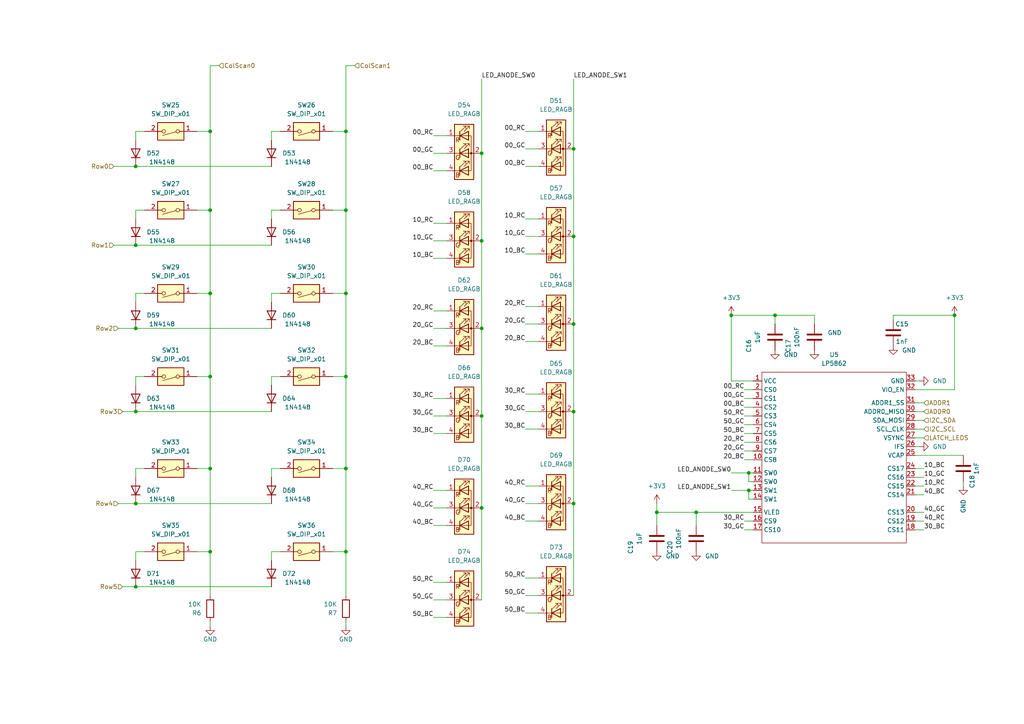
<source format=kicad_sch>
(kicad_sch (version 20211123) (generator eeschema)
  (paper "A4")
  (lib_symbols
    (symbol "Device:C" (pin_numbers hide) (pin_names (offset 0.254))
      (property "Reference" "C" (at 0.635 2.54 0))
      (property "Value" "C" (at 0.635 -2.54 0))
      (symbol "C_0_1"
        (polyline (pts (xy -2.032 -0.762) (xy 2.032 -0.762)) (stroke (width 0.508)))
        (polyline (pts (xy -2.032 0.762) (xy 2.032 0.762)) (stroke (width 0.508)))
      )
      (symbol "C_1_1"
        (pin passive line (at 0 3.81 270) (length 2.794) (name "~") (number "1"))
        (pin passive line (at 0 -3.81 90) (length 2.794) (name "~") (number "2"))
      )
    )
    (symbol "Device:LED_RAGB" (pin_names (offset 0) hide)
      (property "Reference" "D" (at 0 9.398 0))
      (property "Value" "LED_RAGB" (at 0 -8.89 0))
      (symbol "LED_RAGB_0_0"
        (text "B" (at -1.905 -6.35 0) (effects (font (size 1.27 1.27))))
        (text "G" (at -1.905 -1.27 0) (effects (font (size 1.27 1.27))))
        (text "R" (at -1.905 3.81 0) (effects (font (size 1.27 1.27))))
      )
      (symbol "LED_RAGB_0_1"
        (polyline (pts (xy -1.27 -5.08) (xy -2.54 -5.08)))
        (polyline (pts (xy -1.27 -5.08) (xy 1.27 -5.08)))
        (polyline (pts (xy -1.27 -3.81) (xy -1.27 -6.35)) (stroke (width 0.254)))
        (polyline (pts (xy -1.27 0) (xy -2.54 0)))
        (polyline (pts (xy -1.27 1.27) (xy -1.27 -1.27)) (stroke (width 0.254)))
        (polyline (pts (xy -1.27 5.08) (xy -2.54 5.08)))
        (polyline (pts (xy -1.27 5.08) (xy 1.27 5.08)))
        (polyline (pts (xy -1.27 6.35) (xy -1.27 3.81)) (stroke (width 0.254)))
        (polyline (pts (xy 1.27 0) (xy -1.27 0)))
        (polyline (pts (xy 1.27 0) (xy 2.54 0)))
        (polyline (pts (xy -1.27 1.27) (xy -1.27 -1.27) (xy -1.27 -1.27)))
        (polyline (pts (xy -1.27 6.35) (xy -1.27 3.81) (xy -1.27 3.81)))
        (polyline (pts (xy 1.27 -5.08) (xy 2.032 -5.08) (xy 2.032 5.08) (xy 1.27 5.08)))
        (polyline (pts (xy 1.27 -3.81) (xy 1.27 -6.35) (xy -1.27 -5.08) (xy 1.27 -3.81)) (stroke (width 0.254)))
        (polyline (pts (xy 1.27 1.27) (xy 1.27 -1.27) (xy -1.27 0) (xy 1.27 1.27)) (stroke (width 0.254)))
        (polyline (pts (xy 1.27 6.35) (xy 1.27 3.81) (xy -1.27 5.08) (xy 1.27 6.35)) (stroke (width 0.254)))
        (polyline (pts (xy -1.016 -3.81) (xy 0.508 -2.286) (xy -0.254 -2.286) (xy 0.508 -2.286) (xy 0.508 -3.048)))
        (polyline (pts (xy -1.016 1.27) (xy 0.508 2.794) (xy -0.254 2.794) (xy 0.508 2.794) (xy 0.508 2.032)))
        (polyline (pts (xy -1.016 6.35) (xy 0.508 7.874) (xy -0.254 7.874) (xy 0.508 7.874) (xy 0.508 7.112)))
        (polyline (pts (xy 0 -3.81) (xy 1.524 -2.286) (xy 0.762 -2.286) (xy 1.524 -2.286) (xy 1.524 -3.048)))
        (polyline (pts (xy 0 1.27) (xy 1.524 2.794) (xy 0.762 2.794) (xy 1.524 2.794) (xy 1.524 2.032)))
        (polyline (pts (xy 0 6.35) (xy 1.524 7.874) (xy 0.762 7.874) (xy 1.524 7.874) (xy 1.524 7.112)))
        (rectangle (start 1.27 -1.27) (end 1.27 1.27))
        (rectangle (start 1.27 1.27) (end 1.27 1.27))
        (rectangle (start 1.27 3.81) (end 1.27 6.35))
        (rectangle (start 1.27 6.35) (end 1.27 6.35))
        (circle (center 2.032 0) (radius 0.254) (fill (type outline)))
        (rectangle (start 2.794 8.382) (end -2.794 -7.62) (stroke (width 0.254)) (fill (type background)))
      )
      (symbol "LED_RAGB_1_1"
        (pin passive line (at -5.08 5.08 0) (length 2.54) (name "RK") (number "1"))
        (pin passive line (at 5.08 0 180) (length 2.54) (name "A") (number "2"))
        (pin passive line (at -5.08 0 0) (length 2.54) (name "GK") (number "3"))
        (pin passive line (at -5.08 -5.08 0) (length 2.54) (name "BK") (number "4"))
      )
    )
    (symbol "Device:R" (pin_numbers hide) (pin_names (offset 0))
      (property "Reference" "R" (at 2.032 0 90))
      (property "Value" "R" (at 0 0 90))
      (symbol "R_0_1"
        (rectangle (start -1.016 -2.54) (end 1.016 2.54) (stroke (width 0.254)))
      )
      (symbol "R_1_1"
        (pin passive line (at 0 3.81 270) (length 1.27) (name "~") (number "1"))
        (pin passive line (at 0 -3.81 90) (length 1.27) (name "~") (number "2"))
      )
    )
    (symbol "Diode:1N4148" (pin_numbers hide) (pin_names (offset 1.016) hide)
      (property "Reference" "D" (at 0 2.54 0))
      (property "Value" "1N4148" (at 0 -2.54 0))
      (symbol "1N4148_0_1"
        (polyline (pts (xy -1.27 1.27) (xy -1.27 -1.27)) (stroke (width 0.254)))
        (polyline (pts (xy 1.27 0) (xy -1.27 0)))
        (polyline (pts (xy 1.27 1.27) (xy 1.27 -1.27) (xy -1.27 0) (xy 1.27 1.27)) (stroke (width 0.254)))
      )
      (symbol "1N4148_1_1"
        (pin passive line (at -3.81 0 0) (length 2.54) (name "K") (number "1"))
        (pin passive line (at 3.81 0 180) (length 2.54) (name "A") (number "2"))
      )
    )
    (symbol "Switch:SW_DIP_x01" (pin_names (offset 0) hide)
      (property "Reference" "SW" (at 0 3.81 0))
      (property "Value" "SW_DIP_x01" (at 0 -3.81 0))
      (symbol "SW_DIP_x01_0_0"
        (circle (center -2.032 0) (radius 0.508))
        (polyline (pts (xy -1.524 0.127) (xy 2.3622 1.1684)))
        (circle (center 2.032 0) (radius 0.508))
      )
      (symbol "SW_DIP_x01_0_1"
        (rectangle (start -3.81 2.54) (end 3.81 -2.54) (stroke (width 0.254)) (fill (type background)))
      )
      (symbol "SW_DIP_x01_1_1"
        (pin passive line (at -7.62 0 0) (length 5.08) (name "~") (number "1"))
        (pin passive line (at 7.62 0 180) (length 5.08) (name "~") (number "2"))
      )
    )
    (symbol "User_Global_Symbols:LP5862"
      (property "Reference" "U" (at 19.05 -1.27 0))
      (property "Value" "LP5862" (at -15.24 -1.27 0))
      (symbol "LP5862_0_1"
        (rectangle (start -20.32 49.53) (end 21.59 0))
      )
      (symbol "LP5862_1_1"
        (pin power_in line (at -22.86 46.99 0) (length 2.54) (name "VCC") (number "1"))
        (pin input line (at -22.86 24.13 0) (length 2.54) (name "CS8") (number "10"))
        (pin output line (at -22.86 20.32 0) (length 2.54) (name "SW0") (number "11"))
        (pin output line (at -22.86 17.78 0) (length 2.54) (name "SW0") (number "12"))
        (pin output line (at -22.86 15.24 0) (length 2.54) (name "SW1") (number "13"))
        (pin output line (at -22.86 12.7 0) (length 2.54) (name "SW1") (number "14"))
        (pin power_in line (at -22.86 8.89 0) (length 2.54) (name "VLED") (number "15"))
        (pin input line (at -22.86 6.35 0) (length 2.54) (name "CS9") (number "16"))
        (pin input line (at -22.86 3.81 0) (length 2.54) (name "CS10") (number "17"))
        (pin input line (at 24.13 3.81 180) (length 2.54) (name "CS11") (number "18"))
        (pin input line (at 24.13 6.35 180) (length 2.54) (name "CS12") (number "19"))
        (pin input line (at -22.86 44.45 0) (length 2.54) (name "CS0") (number "2"))
        (pin input line (at 24.13 8.89 180) (length 2.54) (name "CS13") (number "20"))
        (pin input line (at 24.13 13.97 180) (length 2.54) (name "CS14") (number "21"))
        (pin input line (at 24.13 16.51 180) (length 2.54) (name "CS15") (number "22"))
        (pin input line (at 24.13 19.05 180) (length 2.54) (name "CS16") (number "23"))
        (pin input line (at 24.13 21.59 180) (length 2.54) (name "CS17") (number "24"))
        (pin input line (at 24.13 25.4 180) (length 2.54) (name "VCAP") (number "25"))
        (pin input line (at 24.13 27.94 180) (length 2.54) (name "IFS") (number "26"))
        (pin input line (at 24.13 30.48 180) (length 2.54) (name "VSYNC") (number "27"))
        (pin input line (at 24.13 33.02 180) (length 2.54) (name "SCL_CLK") (number "28"))
        (pin bidirectional line (at 24.13 35.56 180) (length 2.54) (name "SDA_MOSI") (number "29"))
        (pin input line (at -22.86 41.91 0) (length 2.54) (name "CS1") (number "3"))
        (pin bidirectional line (at 24.13 38.1 180) (length 2.54) (name "ADDR0_MISO") (number "30"))
        (pin input line (at 24.13 40.64 180) (length 2.54) (name "ADDR1_SS") (number "31"))
        (pin input line (at 24.13 44.45 180) (length 2.54) (name "VIO_EN") (number "32"))
        (pin power_in line (at 24.13 46.99 180) (length 2.54) (name "GND") (number "33"))
        (pin input line (at -22.86 39.37 0) (length 2.54) (name "CS2") (number "4"))
        (pin input line (at -22.86 36.83 0) (length 2.54) (name "CS3") (number "5"))
        (pin input line (at -22.86 34.29 0) (length 2.54) (name "CS4") (number "6"))
        (pin input line (at -22.86 31.75 0) (length 2.54) (name "CS5") (number "7"))
        (pin input line (at -22.86 29.21 0) (length 2.54) (name "CS6") (number "8"))
        (pin input line (at -22.86 26.67 0) (length 2.54) (name "CS7") (number "9"))
      )
    )
    (symbol "power:+3V3" (power) (pin_names (offset 0))
      (property "Value" "+3V3" (at 0 3.556 0))
      (symbol "+3V3_0_1"
        (polyline (pts (xy -0.762 1.27) (xy 0 2.54)))
        (polyline (pts (xy 0 0) (xy 0 2.54)))
        (polyline (pts (xy 0 2.54) (xy 0.762 1.27)))
      )
      (symbol "+3V3_1_1"
        (pin power_in line (at 0 0 90) (length 0) hide (name "+3V3") (number "1"))
      )
    )
    (symbol "power:GND" (power) (pin_names (offset 0))
      (property "Value" "GND" (at 0 -3.81 0))
      (symbol "GND_0_1"
        (polyline (pts (xy 0 0) (xy 0 -1.27) (xy 1.27 -1.27) (xy 0 -2.54) (xy -1.27 -1.27) (xy 0 -1.27)))
      )
      (symbol "GND_1_1"
        (pin power_in line (at 0 0 270) (length 0) hide (name "GND") (number "1"))
      )
    )
  )
  (junction (at 139.7 69.85))
  (junction (at 100.33 60.96))
  (junction (at 39.37 119.38))
  (junction (at 139.7 120.65))
  (junction (at 60.96 135.89))
  (junction (at 100.33 109.22))
  (junction (at 100.33 135.89))
  (junction (at 166.37 43.18))
  (junction (at 166.37 93.98))
  (junction (at 166.37 119.38))
  (junction (at 217.17 137.16))
  (junction (at 166.37 68.58))
  (junction (at 190.5 148.59))
  (junction (at 100.33 85.09))
  (junction (at 212.09 91.44))
  (junction (at 39.37 146.05))
  (junction (at 60.96 109.22))
  (junction (at 100.33 38.1))
  (junction (at 139.7 147.32))
  (junction (at 276.86 91.44))
  (junction (at 201.93 148.59))
  (junction (at 224.79 91.44))
  (junction (at 217.17 142.24))
  (junction (at 39.37 170.18))
  (junction (at 39.37 48.26))
  (junction (at 60.96 85.09))
  (junction (at 139.7 95.25))
  (junction (at 100.33 160.02))
  (junction (at 60.96 160.02))
  (junction (at 139.7 44.45))
  (junction (at 166.37 146.05))
  (junction (at 39.37 95.25))
  (junction (at 39.37 71.12))
  (junction (at 60.96 38.1))
  (junction (at 60.96 60.96))
  (wire (pts (xy 60.96 109.22) (xy 60.96 85.09)))
  (wire (pts (xy 100.33 109.22) (xy 96.52 109.22)))
  (wire (pts (xy 60.96 38.1) (xy 57.15 38.1)))
  (wire (pts (xy 152.4 68.58) (xy 156.21 68.58)))
  (wire (pts (xy 100.33 60.96) (xy 96.52 60.96)))
  (wire (pts (xy 60.96 160.02) (xy 60.96 172.72)))
  (wire (pts (xy 125.73 152.4) (xy 129.54 152.4)))
  (wire (pts (xy 60.96 180.34) (xy 60.96 181.61)))
  (wire (pts (xy 125.73 100.33) (xy 129.54 100.33)))
  (wire (pts (xy 267.97 151.13) (xy 265.43 151.13)))
  (wire (pts (xy 259.08 91.44) (xy 259.08 92.71)))
  (wire (pts (xy 39.37 38.1) (xy 41.91 38.1)))
  (wire (pts (xy 265.43 129.54) (xy 266.7 129.54)))
  (wire (pts (xy 166.37 146.05) (xy 166.37 172.72)))
  (wire (pts (xy 215.9 120.65) (xy 218.44 120.65)))
  (wire (pts (xy 78.74 40.64) (xy 78.74 38.1)))
  (wire (pts (xy 78.74 135.89) (xy 81.28 135.89)))
  (wire (pts (xy 212.09 110.49) (xy 218.44 110.49)))
  (wire (pts (xy 100.33 19.05) (xy 102.87 19.05)))
  (wire (pts (xy 39.37 40.64) (xy 39.37 38.1)))
  (wire (pts (xy 60.96 135.89) (xy 57.15 135.89)))
  (wire (pts (xy 78.74 38.1) (xy 81.28 38.1)))
  (wire (pts (xy 39.37 160.02) (xy 41.91 160.02)))
  (wire (pts (xy 60.96 109.22) (xy 60.96 135.89)))
  (wire (pts (xy 125.73 39.37) (xy 129.54 39.37)))
  (wire (pts (xy 215.9 153.67) (xy 218.44 153.67)))
  (wire (pts (xy 152.4 99.06) (xy 156.21 99.06)))
  (wire (pts (xy 35.56 119.38) (xy 39.37 119.38)))
  (wire (pts (xy 100.33 38.1) (xy 96.52 38.1)))
  (wire (pts (xy 152.4 167.64) (xy 156.21 167.64)))
  (wire (pts (xy 217.17 137.16) (xy 218.44 137.16)))
  (wire (pts (xy 217.17 139.7) (xy 217.17 137.16)))
  (wire (pts (xy 60.96 38.1) (xy 60.96 19.05)))
  (wire (pts (xy 279.4 139.7) (xy 279.4 140.97)))
  (wire (pts (xy 125.73 173.99) (xy 129.54 173.99)))
  (wire (pts (xy 152.4 93.98) (xy 156.21 93.98)))
  (wire (pts (xy 100.33 85.09) (xy 96.52 85.09)))
  (wire (pts (xy 152.4 63.5) (xy 156.21 63.5)))
  (wire (pts (xy 212.09 91.44) (xy 212.09 110.49)))
  (wire (pts (xy 215.9 123.19) (xy 218.44 123.19)))
  (wire (pts (xy 265.43 124.46) (xy 267.97 124.46)))
  (wire (pts (xy 125.73 125.73) (xy 129.54 125.73)))
  (wire (pts (xy 78.74 160.02) (xy 81.28 160.02)))
  (wire (pts (xy 259.08 91.44) (xy 276.86 91.44)))
  (wire (pts (xy 60.96 109.22) (xy 57.15 109.22)))
  (wire (pts (xy 152.4 119.38) (xy 156.21 119.38)))
  (wire (pts (xy 190.5 146.05) (xy 190.5 148.59)))
  (wire (pts (xy 125.73 120.65) (xy 129.54 120.65)))
  (wire (pts (xy 39.37 135.89) (xy 41.91 135.89)))
  (wire (pts (xy 267.97 153.67) (xy 265.43 153.67)))
  (wire (pts (xy 152.4 146.05) (xy 156.21 146.05)))
  (wire (pts (xy 60.96 60.96) (xy 60.96 38.1)))
  (wire (pts (xy 152.4 124.46) (xy 156.21 124.46)))
  (wire (pts (xy 267.97 138.43) (xy 265.43 138.43)))
  (wire (pts (xy 39.37 162.56) (xy 39.37 160.02)))
  (wire (pts (xy 100.33 60.96) (xy 100.33 38.1)))
  (wire (pts (xy 236.22 93.98) (xy 236.22 91.44)))
  (wire (pts (xy 152.4 114.3) (xy 156.21 114.3)))
  (wire (pts (xy 215.9 128.27) (xy 218.44 128.27)))
  (wire (pts (xy 78.74 111.76) (xy 78.74 109.22)))
  (wire (pts (xy 152.4 177.8) (xy 156.21 177.8)))
  (wire (pts (xy 215.9 130.81) (xy 218.44 130.81)))
  (wire (pts (xy 78.74 87.63) (xy 78.74 85.09)))
  (wire (pts (xy 152.4 88.9) (xy 156.21 88.9)))
  (wire (pts (xy 224.79 91.44) (xy 212.09 91.44)))
  (wire (pts (xy 276.86 91.44) (xy 276.86 113.03)))
  (wire (pts (xy 218.44 144.78) (xy 217.17 144.78)))
  (wire (pts (xy 33.02 71.12) (xy 39.37 71.12)))
  (wire (pts (xy 267.97 135.89) (xy 265.43 135.89)))
  (wire (pts (xy 212.09 137.16) (xy 217.17 137.16)))
  (wire (pts (xy 39.37 146.05) (xy 78.74 146.05)))
  (wire (pts (xy 215.9 133.35) (xy 218.44 133.35)))
  (wire (pts (xy 139.7 120.65) (xy 139.7 147.32)))
  (wire (pts (xy 152.4 73.66) (xy 156.21 73.66)))
  (wire (pts (xy 190.5 148.59) (xy 201.93 148.59)))
  (wire (pts (xy 166.37 68.58) (xy 166.37 93.98)))
  (wire (pts (xy 201.93 148.59) (xy 218.44 148.59)))
  (wire (pts (xy 39.37 95.25) (xy 78.74 95.25)))
  (wire (pts (xy 265.43 132.08) (xy 279.4 132.08)))
  (wire (pts (xy 218.44 113.03) (xy 215.9 113.03)))
  (wire (pts (xy 218.44 139.7) (xy 217.17 139.7)))
  (wire (pts (xy 125.73 179.07) (xy 129.54 179.07)))
  (wire (pts (xy 125.73 147.32) (xy 129.54 147.32)))
  (wire (pts (xy 265.43 113.03) (xy 276.86 113.03)))
  (wire (pts (xy 78.74 85.09) (xy 81.28 85.09)))
  (wire (pts (xy 39.37 87.63) (xy 39.37 85.09)))
  (wire (pts (xy 201.93 148.59) (xy 201.93 152.4)))
  (wire (pts (xy 152.4 38.1) (xy 156.21 38.1)))
  (wire (pts (xy 39.37 71.12) (xy 78.74 71.12)))
  (wire (pts (xy 190.5 152.4) (xy 190.5 148.59)))
  (wire (pts (xy 166.37 119.38) (xy 166.37 146.05)))
  (wire (pts (xy 152.4 151.13) (xy 156.21 151.13)))
  (wire (pts (xy 78.74 138.43) (xy 78.74 135.89)))
  (wire (pts (xy 152.4 43.18) (xy 156.21 43.18)))
  (wire (pts (xy 166.37 93.98) (xy 166.37 119.38)))
  (wire (pts (xy 60.96 160.02) (xy 57.15 160.02)))
  (wire (pts (xy 39.37 111.76) (xy 39.37 109.22)))
  (wire (pts (xy 34.29 146.05) (xy 39.37 146.05)))
  (wire (pts (xy 265.43 119.38) (xy 267.97 119.38)))
  (wire (pts (xy 267.97 140.97) (xy 265.43 140.97)))
  (wire (pts (xy 60.96 85.09) (xy 57.15 85.09)))
  (wire (pts (xy 218.44 115.57) (xy 215.9 115.57)))
  (wire (pts (xy 139.7 44.45) (xy 139.7 69.85)))
  (wire (pts (xy 39.37 119.38) (xy 78.74 119.38)))
  (wire (pts (xy 152.4 140.97) (xy 156.21 140.97)))
  (wire (pts (xy 152.4 172.72) (xy 156.21 172.72)))
  (wire (pts (xy 60.96 160.02) (xy 60.96 135.89)))
  (wire (pts (xy 125.73 90.17) (xy 129.54 90.17)))
  (wire (pts (xy 265.43 110.49) (xy 266.7 110.49)))
  (wire (pts (xy 166.37 43.18) (xy 166.37 68.58)))
  (wire (pts (xy 217.17 144.78) (xy 217.17 142.24)))
  (wire (pts (xy 78.74 63.5) (xy 78.74 60.96)))
  (wire (pts (xy 166.37 22.86) (xy 166.37 43.18)))
  (wire (pts (xy 265.43 121.92) (xy 267.97 121.92)))
  (wire (pts (xy 39.37 63.5) (xy 39.37 60.96)))
  (wire (pts (xy 34.29 95.25) (xy 39.37 95.25)))
  (wire (pts (xy 100.33 135.89) (xy 96.52 135.89)))
  (wire (pts (xy 152.4 48.26) (xy 156.21 48.26)))
  (wire (pts (xy 100.33 85.09) (xy 100.33 60.96)))
  (wire (pts (xy 265.43 116.84) (xy 267.97 116.84)))
  (wire (pts (xy 125.73 64.77) (xy 129.54 64.77)))
  (wire (pts (xy 60.96 85.09) (xy 60.96 60.96)))
  (wire (pts (xy 100.33 160.02) (xy 96.52 160.02)))
  (wire (pts (xy 125.73 44.45) (xy 129.54 44.45)))
  (wire (pts (xy 100.33 109.22) (xy 100.33 135.89)))
  (wire (pts (xy 100.33 38.1) (xy 100.33 19.05)))
  (wire (pts (xy 139.7 22.86) (xy 139.7 44.45)))
  (wire (pts (xy 39.37 85.09) (xy 41.91 85.09)))
  (wire (pts (xy 217.17 142.24) (xy 218.44 142.24)))
  (wire (pts (xy 267.97 143.51) (xy 265.43 143.51)))
  (wire (pts (xy 125.73 95.25) (xy 129.54 95.25)))
  (wire (pts (xy 39.37 170.18) (xy 78.74 170.18)))
  (wire (pts (xy 39.37 109.22) (xy 41.91 109.22)))
  (wire (pts (xy 100.33 160.02) (xy 100.33 135.89)))
  (wire (pts (xy 78.74 60.96) (xy 81.28 60.96)))
  (wire (pts (xy 100.33 160.02) (xy 100.33 172.72)))
  (wire (pts (xy 78.74 109.22) (xy 81.28 109.22)))
  (wire (pts (xy 125.73 69.85) (xy 129.54 69.85)))
  (wire (pts (xy 139.7 147.32) (xy 139.7 173.99)))
  (wire (pts (xy 125.73 168.91) (xy 129.54 168.91)))
  (wire (pts (xy 139.7 69.85) (xy 139.7 95.25)))
  (wire (pts (xy 39.37 60.96) (xy 41.91 60.96)))
  (wire (pts (xy 215.9 151.13) (xy 218.44 151.13)))
  (wire (pts (xy 35.56 170.18) (xy 39.37 170.18)))
  (wire (pts (xy 78.74 162.56) (xy 78.74 160.02)))
  (wire (pts (xy 33.02 48.26) (xy 39.37 48.26)))
  (wire (pts (xy 100.33 180.34) (xy 100.33 181.61)))
  (wire (pts (xy 60.96 60.96) (xy 57.15 60.96)))
  (wire (pts (xy 218.44 118.11) (xy 215.9 118.11)))
  (wire (pts (xy 139.7 95.25) (xy 139.7 120.65)))
  (wire (pts (xy 100.33 109.22) (xy 100.33 85.09)))
  (wire (pts (xy 267.97 127) (xy 265.43 127)))
  (wire (pts (xy 215.9 125.73) (xy 218.44 125.73)))
  (wire (pts (xy 125.73 49.53) (xy 129.54 49.53)))
  (wire (pts (xy 60.96 19.05) (xy 63.5 19.05)))
  (wire (pts (xy 125.73 142.24) (xy 129.54 142.24)))
  (wire (pts (xy 39.37 48.26) (xy 78.74 48.26)))
  (wire (pts (xy 236.22 91.44) (xy 224.79 91.44)))
  (wire (pts (xy 212.09 142.24) (xy 217.17 142.24)))
  (wire (pts (xy 125.73 115.57) (xy 129.54 115.57)))
  (wire (pts (xy 267.97 148.59) (xy 265.43 148.59)))
  (wire (pts (xy 224.79 91.44) (xy 224.79 93.98)))
  (wire (pts (xy 125.73 74.93) (xy 129.54 74.93)))
  (wire (pts (xy 39.37 138.43) (xy 39.37 135.89)))
  (label "10_GC" (at 125.73 69.85 180))
  (label "40_BC" (at 267.97 143.51 0))
  (label "30_GC" (at 152.4 119.38 180))
  (label "00_GC" (at 125.73 44.45 180))
  (label "00_RC" (at 125.73 39.37 180))
  (label "50_RC" (at 215.9 120.65 180))
  (label "20_BC" (at 152.4 99.06 180))
  (label "30_RC" (at 215.9 151.13 180))
  (label "40_RC" (at 152.4 140.97 180))
  (label "50_GC" (at 152.4 172.72 180))
  (label "30_RC" (at 125.73 115.57 180))
  (label "10_RC" (at 152.4 63.5 180))
  (label "10_RC" (at 125.73 64.77 180))
  (label "20_BC" (at 215.9 133.35 180))
  (label "00_GC" (at 152.4 43.18 180))
  (label "00_RC" (at 152.4 38.1 180))
  (label "00_BC" (at 152.4 48.26 180))
  (label "20_GC" (at 215.9 130.81 180))
  (label "00_BC" (at 125.73 49.53 180))
  (label "10_BC" (at 267.97 135.89 0))
  (label "40_BC" (at 125.73 152.4 180))
  (label "10_GC" (at 152.4 68.58 180))
  (label "00_BC" (at 215.9 118.11 180))
  (label "20_RC" (at 152.4 88.9 180))
  (label "10_GC" (at 267.97 138.43 0))
  (label "50_RC" (at 125.73 168.91 180))
  (label "30_BC" (at 267.97 153.67 0))
  (label "LED_ANODE_SW0" (at 139.7 22.86 0))
  (label "30_BC" (at 152.4 124.46 180))
  (label "40_RC" (at 125.73 142.24 180))
  (label "40_GC" (at 267.97 148.59 0))
  (label "40_BC" (at 152.4 151.13 180))
  (label "50_GC" (at 125.73 173.99 180))
  (label "10_BC" (at 152.4 73.66 180))
  (label "40_GC" (at 152.4 146.05 180))
  (label "50_GC" (at 215.9 123.19 180))
  (label "LED_ANODE_SW0" (at 212.09 137.16 180))
  (label "20_RC" (at 215.9 128.27 180))
  (label "50_BC" (at 215.9 125.73 180))
  (label "10_BC" (at 125.73 74.93 180))
  (label "00_RC" (at 215.9 113.03 180))
  (label "10_RC" (at 267.97 140.97 0))
  (label "40_GC" (at 125.73 147.32 180))
  (label "50_BC" (at 125.73 179.07 180))
  (label "20_RC" (at 125.73 90.17 180))
  (label "30_GC" (at 215.9 153.67 180))
  (label "20_BC" (at 125.73 100.33 180))
  (label "20_GC" (at 125.73 95.25 180))
  (label "LED_ANODE_SW1" (at 166.37 22.86 0))
  (label "50_RC" (at 152.4 167.64 180))
  (label "40_RC" (at 267.97 151.13 0))
  (label "LED_ANODE_SW1" (at 212.09 142.24 180))
  (label "20_GC" (at 152.4 93.98 180))
  (label "50_BC" (at 152.4 177.8 180))
  (label "00_GC" (at 215.9 115.57 180))
  (label "30_GC" (at 125.73 120.65 180))
  (label "30_RC" (at 152.4 114.3 180))
  (label "30_BC" (at 125.73 125.73 180))
  (hierarchical_label "LATCH_LEDS" (shape input) (at 267.97 127 0))
  (hierarchical_label "I2C_SDA" (shape input) (at 267.97 121.92 0))
  (hierarchical_label "ColScan0" (shape input) (at 63.5 19.05 0))
  (hierarchical_label "I2C_SCL" (shape input) (at 267.97 124.46 0))
  (hierarchical_label "Row3" (shape input) (at 35.56 119.38 180))
  (hierarchical_label "Row5" (shape input) (at 35.56 170.18 180))
  (hierarchical_label "Row1" (shape input) (at 33.02 71.12 180))
  (hierarchical_label "ADDR1" (shape input) (at 267.97 116.84 0))
  (hierarchical_label "ColScan1" (shape input) (at 102.87 19.05 0))
  (hierarchical_label "Row2" (shape input) (at 34.29 95.25 180))
  (hierarchical_label "ADDR0" (shape input) (at 267.97 119.38 0))
  (hierarchical_label "Row4" (shape input) (at 34.29 146.05 180))
  (hierarchical_label "Row0" (shape input) (at 33.02 48.26 180))
  (symbol (lib_id "Switch:SW_DIP_x01") (at 88.9 38.1 180) (unit 1)
    (property "Reference" "SW26" (at 88.9 30.48 0))
    (property "Value" "SW_DIP_x01" (at 88.9 33.02 0))
    (property "Footprint" "User_Global_Library:GATERON_KS-27_KBSW" (effects hide))
  )
  (symbol (lib_id "Diode:1N4148") (at 39.37 91.44 90) (unit 1)
    (property "Reference" "D59" (at 44.45 91.44 90))
    (property "Value" "1N4148" (at 46.99 93.98 90))
    (property "Footprint" "Diode_SMD:D_SOD-323" (effects hide))
    (property "LCSC" "C2128" (effects hide))
  )
  (symbol (lib_id "power:GND") (at 279.4 140.97 0) (unit 1)
    (property "Reference" "#PWR051" (effects hide))
    (property "Value" "GND" (at 279.4001 144.78 90) (effects (justify right)))
  )
  (symbol (lib_id "Device:LED_RAGB") (at 134.62 69.85 0) (unit 1)
    (property "Reference" "D58" (at 134.62 55.88 0))
    (property "Value" "LED_RAGB" (at 134.62 58.42 0))
    (property "Footprint" "User_Global_Library:RGB_LED_1206" (effects hide))
    (property "LCSC" "C375571" (effects hide))
  )
  (symbol (lib_id "User_Global_Symbols:LP5862") (at 241.3 157.48 0) (unit 1)
    (property "Reference" "U5" (at 241.935 102.87 0))
    (property "Value" "LP5862" (at 241.935 105.41 0))
    (property "Footprint" "User_Global_Library:VQFN-32_LP5864" (effects hide))
  )
  (symbol (lib_id "Device:LED_RAGB") (at 161.29 146.05 0) (unit 1)
    (property "Reference" "D69" (at 161.29 132.08 0))
    (property "Value" "LED_RAGB" (at 161.29 134.62 0))
    (property "Footprint" "User_Global_Library:RGB_LED_1206" (effects hide))
    (property "LCSC" "C375571" (effects hide))
  )
  (symbol (lib_id "power:GND") (at 259.08 100.33 0) (unit 1)
    (property "Reference" "#PWR046" (effects hide))
    (property "Value" "GND" (at 261.62 101.5999 0) (effects (justify left)))
  )
  (symbol (lib_id "power:+3V3") (at 276.86 91.44 0) (unit 1)
    (property "Reference" "#PWR045" (effects hide))
    (property "Value" "+3V3" (at 276.86 86.36 0))
  )
  (symbol (lib_id "Device:R") (at 100.33 176.53 180) (unit 1)
    (property "Reference" "R7" (at 97.79 177.8001 0) (effects (justify left)))
    (property "Value" "10K" (at 97.79 175.26 0) (effects (justify left)))
    (property "Footprint" "Resistor_SMD:R_0603_1608Metric" (effects hide))
    (property "LCSC" "C25804" (effects hide))
  )
  (symbol (lib_id "Diode:1N4148") (at 39.37 115.57 90) (unit 1)
    (property "Reference" "D63" (at 44.45 115.57 90))
    (property "Value" "1N4148" (at 46.99 118.11 90))
    (property "Footprint" "Diode_SMD:D_SOD-323" (effects hide))
    (property "LCSC" "C2128" (effects hide))
  )
  (symbol (lib_id "Device:C") (at 236.22 97.79 180) (unit 1)
    (property "Reference" "C17" (at 228.6 100.33 90))
    (property "Value" "100nF" (at 231.14 97.79 90))
    (property "Footprint" "Capacitor_SMD:C_0603_1608Metric" (effects hide))
    (property "LCSC" "C14663" (effects hide))
  )
  (symbol (lib_id "Switch:SW_DIP_x01") (at 88.9 135.89 180) (unit 1)
    (property "Reference" "SW34" (at 88.9 128.27 0))
    (property "Value" "SW_DIP_x01" (at 88.9 130.81 0))
    (property "Footprint" "User_Global_Library:GATERON_KS-27_KBSW" (effects hide))
  )
  (symbol (lib_id "Device:C") (at 190.5 156.21 180) (unit 1)
    (property "Reference" "C19" (at 182.88 158.75 90))
    (property "Value" "1uF" (at 185.42 156.21 90))
    (property "Footprint" "Capacitor_SMD:C_0603_1608Metric" (effects hide))
    (property "LCSC" "C15849" (effects hide))
  )
  (symbol (lib_id "power:GND") (at 60.96 181.61 0) (unit 1)
    (property "Reference" "#PWR055" (effects hide))
    (property "Value" "GND" (at 60.96 185.42 0))
  )
  (symbol (lib_id "Diode:1N4148") (at 78.74 166.37 90) (unit 1)
    (property "Reference" "D72" (at 83.82 166.37 90))
    (property "Value" "1N4148" (at 86.36 168.91 90))
    (property "Footprint" "Diode_SMD:D_SOD-323" (effects hide))
    (property "LCSC" "C2128" (effects hide))
  )
  (symbol (lib_id "Diode:1N4148") (at 39.37 166.37 90) (unit 1)
    (property "Reference" "D71" (at 44.45 166.37 90))
    (property "Value" "1N4148" (at 46.99 168.91 90))
    (property "Footprint" "Diode_SMD:D_SOD-323" (effects hide))
    (property "LCSC" "C2128" (effects hide))
  )
  (symbol (lib_id "power:GND") (at 201.93 160.02 0) (unit 1)
    (property "Reference" "#PWR054" (effects hide))
    (property "Value" "GND" (at 204.47 161.2899 0) (effects (justify left)))
  )
  (symbol (lib_id "Switch:SW_DIP_x01") (at 88.9 85.09 180) (unit 1)
    (property "Reference" "SW30" (at 88.9 77.47 0))
    (property "Value" "SW_DIP_x01" (at 88.9 80.01 0))
    (property "Footprint" "User_Global_Library:GATERON_KS-27_KBSW" (effects hide))
  )
  (symbol (lib_id "Switch:SW_DIP_x01") (at 88.9 109.22 180) (unit 1)
    (property "Reference" "SW32" (at 88.9 101.6 0))
    (property "Value" "SW_DIP_x01" (at 88.9 104.14 0))
    (property "Footprint" "User_Global_Library:GATERON_KS-27_KBSW" (effects hide))
  )
  (symbol (lib_id "Device:C") (at 224.79 97.79 180) (unit 1)
    (property "Reference" "C16" (at 217.17 100.33 90))
    (property "Value" "1uF" (at 219.71 97.79 90))
    (property "Footprint" "Capacitor_SMD:C_0603_1608Metric" (effects hide))
    (property "LCSC" "C15849" (effects hide))
  )
  (symbol (lib_id "Device:LED_RAGB") (at 161.29 93.98 0) (unit 1)
    (property "Reference" "D61" (at 161.29 80.01 0))
    (property "Value" "LED_RAGB" (at 161.29 82.55 0))
    (property "Footprint" "User_Global_Library:RGB_LED_1206" (effects hide))
    (property "LCSC" "C375571" (effects hide))
  )
  (symbol (lib_id "Device:C") (at 279.4 135.89 180) (unit 1)
    (property "Reference" "C18" (at 281.94 139.7 90))
    (property "Value" "1nF" (at 283.21 135.89 90))
    (property "Footprint" "Capacitor_SMD:C_0603_1608Metric" (effects hide))
    (property "LCSC" "C1588" (effects hide))
  )
  (symbol (lib_id "Device:C") (at 259.08 96.52 0) (unit 1)
    (property "Reference" "C15" (at 261.62 93.98 0))
    (property "Value" "1nF" (at 261.62 99.06 0))
    (property "Footprint" "Capacitor_SMD:C_0603_1608Metric" (effects hide))
    (property "LCSC" "C1588" (effects hide))
  )
  (symbol (lib_id "Diode:1N4148") (at 39.37 44.45 90) (unit 1)
    (property "Reference" "D52" (at 44.45 44.45 90))
    (property "Value" "1N4148" (at 46.99 46.99 90))
    (property "Footprint" "Diode_SMD:D_SOD-323" (effects hide))
    (property "LCSC" "C2128" (effects hide))
  )
  (symbol (lib_id "power:GND") (at 236.22 101.6 0) (unit 1)
    (property "Reference" "#PWR048" (effects hide))
    (property "Value" "GND" (at 240.03 96.52 0) (effects (justify left)))
  )
  (symbol (lib_id "Device:LED_RAGB") (at 161.29 43.18 0) (unit 1)
    (property "Reference" "D51" (at 161.29 29.21 0))
    (property "Value" "LED_RAGB" (at 161.29 31.75 0))
    (property "Footprint" "User_Global_Library:RGB_LED_1206" (effects hide))
    (property "LCSC" "C375571" (effects hide))
  )
  (symbol (lib_id "Switch:SW_DIP_x01") (at 88.9 160.02 180) (unit 1)
    (property "Reference" "SW36" (at 88.9 152.4 0))
    (property "Value" "SW_DIP_x01" (at 88.9 154.94 0))
    (property "Footprint" "User_Global_Library:GATERON_KS-27_KBSW" (effects hide))
  )
  (symbol (lib_id "power:GND") (at 190.5 160.02 0) (unit 1)
    (property "Reference" "#PWR053" (effects hide))
    (property "Value" "GND" (at 193.04 161.2899 0) (effects (justify left)))
  )
  (symbol (lib_id "power:+3V3") (at 212.09 91.44 0) (unit 1)
    (property "Reference" "#PWR044" (effects hide))
    (property "Value" "+3V3" (at 212.09 86.36 0))
  )
  (symbol (lib_id "Device:LED_RAGB") (at 161.29 119.38 0) (unit 1)
    (property "Reference" "D65" (at 161.29 105.41 0))
    (property "Value" "LED_RAGB" (at 161.29 107.95 0))
    (property "Footprint" "User_Global_Library:RGB_LED_1206" (effects hide))
    (property "LCSC" "C375571" (effects hide))
  )
  (symbol (lib_id "Diode:1N4148") (at 78.74 142.24 90) (unit 1)
    (property "Reference" "D68" (at 83.82 142.24 90))
    (property "Value" "1N4148" (at 86.36 144.78 90))
    (property "Footprint" "Diode_SMD:D_SOD-323" (effects hide))
    (property "LCSC" "C2128" (effects hide))
  )
  (symbol (lib_id "Switch:SW_DIP_x01") (at 49.53 85.09 180) (unit 1)
    (property "Reference" "SW29" (at 49.53 77.47 0))
    (property "Value" "SW_DIP_x01" (at 49.53 80.01 0))
    (property "Footprint" "User_Global_Library:GATERON_KS-27_KBSW" (effects hide))
  )
  (symbol (lib_id "Device:LED_RAGB") (at 134.62 173.99 0) (unit 1)
    (property "Reference" "D74" (at 134.62 160.02 0))
    (property "Value" "LED_RAGB" (at 134.62 162.56 0))
    (property "Footprint" "User_Global_Library:RGB_LED_1206" (effects hide))
    (property "LCSC" "C375571" (effects hide))
  )
  (symbol (lib_id "power:GND") (at 224.79 101.6 0) (unit 1)
    (property "Reference" "#PWR047" (effects hide))
    (property "Value" "GND" (at 227.33 102.8699 0) (effects (justify left)))
  )
  (symbol (lib_id "power:GND") (at 100.33 181.61 0) (unit 1)
    (property "Reference" "#PWR056" (effects hide))
    (property "Value" "GND" (at 100.33 185.42 0))
  )
  (symbol (lib_id "Diode:1N4148") (at 78.74 67.31 90) (unit 1)
    (property "Reference" "D56" (at 83.82 67.31 90))
    (property "Value" "1N4148" (at 86.36 69.85 90))
    (property "Footprint" "Diode_SMD:D_SOD-323" (effects hide))
    (property "LCSC" "C2128" (effects hide))
  )
  (symbol (lib_id "Diode:1N4148") (at 78.74 44.45 90) (unit 1)
    (property "Reference" "D53" (at 83.82 44.45 90))
    (property "Value" "1N4148" (at 86.36 46.99 90))
    (property "Footprint" "Diode_SMD:D_SOD-323" (effects hide))
    (property "LCSC" "C2128" (effects hide))
  )
  (symbol (lib_id "Device:C") (at 201.93 156.21 180) (unit 1)
    (property "Reference" "C20" (at 194.31 158.75 90))
    (property "Value" "100nF" (at 196.85 156.21 90))
    (property "Footprint" "Capacitor_SMD:C_0603_1608Metric" (effects hide))
    (property "LCSC" "C14663" (effects hide))
  )
  (symbol (lib_id "Switch:SW_DIP_x01") (at 49.53 135.89 180) (unit 1)
    (property "Reference" "SW33" (at 49.53 128.27 0))
    (property "Value" "SW_DIP_x01" (at 49.53 130.81 0))
    (property "Footprint" "User_Global_Library:GATERON_KS-27_KBSW" (effects hide))
  )
  (symbol (lib_id "Diode:1N4148") (at 78.74 115.57 90) (unit 1)
    (property "Reference" "D64" (at 83.82 115.57 90))
    (property "Value" "1N4148" (at 86.36 118.11 90))
    (property "Footprint" "Diode_SMD:D_SOD-323" (effects hide))
    (property "LCSC" "C2128" (effects hide))
  )
  (symbol (lib_id "Switch:SW_DIP_x01") (at 49.53 38.1 180) (unit 1)
    (property "Reference" "SW25" (at 49.53 30.48 0))
    (property "Value" "SW_DIP_x01" (at 49.53 33.02 0))
    (property "Footprint" "User_Global_Library:GATERON_KS-27_KBSW" (effects hide))
  )
  (symbol (lib_id "Device:LED_RAGB") (at 134.62 44.45 0) (unit 1)
    (property "Reference" "D54" (at 134.62 30.48 0))
    (property "Value" "LED_RAGB" (at 134.62 33.02 0))
    (property "Footprint" "User_Global_Library:RGB_LED_1206" (effects hide))
    (property "LCSC" "C375571" (effects hide))
  )
  (symbol (lib_id "Diode:1N4148") (at 39.37 67.31 90) (unit 1)
    (property "Reference" "D55" (at 44.45 67.31 90))
    (property "Value" "1N4148" (at 46.99 69.85 90))
    (property "Footprint" "Diode_SMD:D_SOD-323" (effects hide))
    (property "LCSC" "C2128" (effects hide))
  )
  (symbol (lib_id "power:GND") (at 266.7 129.54 90) (unit 1)
    (property "Reference" "#PWR050" (effects hide))
    (property "Value" "GND" (at 270.51 129.5399 90) (effects (justify right)))
  )
  (symbol (lib_id "Switch:SW_DIP_x01") (at 49.53 109.22 180) (unit 1)
    (property "Reference" "SW31" (at 49.53 101.6 0))
    (property "Value" "SW_DIP_x01" (at 49.53 104.14 0))
    (property "Footprint" "User_Global_Library:GATERON_KS-27_KBSW" (effects hide))
  )
  (symbol (lib_id "Device:LED_RAGB") (at 134.62 95.25 0) (unit 1)
    (property "Reference" "D62" (at 134.62 81.28 0))
    (property "Value" "LED_RAGB" (at 134.62 83.82 0))
    (property "Footprint" "User_Global_Library:RGB_LED_1206" (effects hide))
    (property "LCSC" "C375571" (effects hide))
  )
  (symbol (lib_id "Device:LED_RAGB") (at 161.29 172.72 0) (unit 1)
    (property "Reference" "D73" (at 161.29 158.75 0))
    (property "Value" "LED_RAGB" (at 161.29 161.29 0))
    (property "Footprint" "User_Global_Library:RGB_LED_1206" (effects hide))
    (property "LCSC" "C375571" (effects hide))
  )
  (symbol (lib_id "power:GND") (at 266.7 110.49 90) (unit 1)
    (property "Reference" "#PWR049" (effects hide))
    (property "Value" "GND" (at 270.51 110.4899 90) (effects (justify right)))
  )
  (symbol (lib_id "Switch:SW_DIP_x01") (at 49.53 60.96 180) (unit 1)
    (property "Reference" "SW27" (at 49.53 53.34 0))
    (property "Value" "SW_DIP_x01" (at 49.53 55.88 0))
    (property "Footprint" "User_Global_Library:GATERON_KS-27_KBSW" (effects hide))
  )
  (symbol (lib_id "Diode:1N4148") (at 78.74 91.44 90) (unit 1)
    (property "Reference" "D60" (at 83.82 91.44 90))
    (property "Value" "1N4148" (at 86.36 93.98 90))
    (property "Footprint" "Diode_SMD:D_SOD-323" (effects hide))
    (property "LCSC" "C2128" (effects hide))
  )
  (symbol (lib_id "Switch:SW_DIP_x01") (at 88.9 60.96 180) (unit 1)
    (property "Reference" "SW28" (at 88.9 53.34 0))
    (property "Value" "SW_DIP_x01" (at 88.9 55.88 0))
    (property "Footprint" "User_Global_Library:GATERON_KS-27_KBSW" (effects hide))
  )
  (symbol (lib_id "Switch:SW_DIP_x01") (at 49.53 160.02 180) (unit 1)
    (property "Reference" "SW35" (at 49.53 152.4 0))
    (property "Value" "SW_DIP_x01" (at 49.53 154.94 0))
    (property "Footprint" "User_Global_Library:GATERON_KS-27_KBSW" (effects hide))
  )
  (symbol (lib_id "power:+3V3") (at 190.5 146.05 0) (unit 1)
    (property "Reference" "#PWR052" (effects hide))
    (property "Value" "+3V3" (at 190.5 140.97 0))
  )
  (symbol (lib_id "Diode:1N4148") (at 39.37 142.24 90) (unit 1)
    (property "Reference" "D67" (at 44.45 142.24 90))
    (property "Value" "1N4148" (at 46.99 144.78 90))
    (property "Footprint" "Diode_SMD:D_SOD-323" (effects hide))
    (property "LCSC" "C2128" (effects hide))
  )
  (symbol (lib_id "Device:LED_RAGB") (at 161.29 68.58 0) (unit 1)
    (property "Reference" "D57" (at 161.29 54.61 0))
    (property "Value" "LED_RAGB" (at 161.29 57.15 0))
    (property "Footprint" "User_Global_Library:RGB_LED_1206" (effects hide))
    (property "LCSC" "C375571" (effects hide))
  )
  (symbol (lib_id "Device:LED_RAGB") (at 134.62 147.32 0) (unit 1)
    (property "Reference" "D70" (at 134.62 133.35 0))
    (property "Value" "LED_RAGB" (at 134.62 135.89 0))
    (property "Footprint" "User_Global_Library:RGB_LED_1206" (effects hide))
    (property "LCSC" "C375571" (effects hide))
  )
  (symbol (lib_id "Device:R") (at 60.96 176.53 180) (unit 1)
    (property "Reference" "R6" (at 58.42 177.8001 0) (effects (justify left)))
    (property "Value" "10K" (at 58.42 175.26 0) (effects (justify left)))
    (property "Footprint" "Resistor_SMD:R_0603_1608Metric" (effects hide))
    (property "LCSC" "C25804" (effects hide))
  )
  (symbol (lib_id "Device:LED_RAGB") (at 134.62 120.65 0) (unit 1)
    (property "Reference" "D66" (at 134.62 106.68 0))
    (property "Value" "LED_RAGB" (at 134.62 109.22 0))
    (property "Footprint" "User_Global_Library:RGB_LED_1206" (effects hide))
    (property "LCSC" "C375571" (effects hide))
  )
)
</source>
